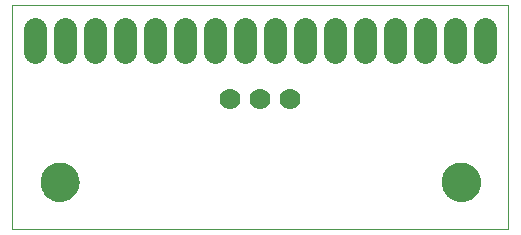
<source format=gbs>
G75*
G70*
%OFA0B0*%
%FSLAX24Y24*%
%IPPOS*%
%LPD*%
%AMOC8*
5,1,8,0,0,1.08239X$1,22.5*
%
%ADD10C,0.0000*%
%ADD11C,0.0780*%
%ADD12C,0.1300*%
%ADD13C,0.0700*%
D10*
X000100Y000264D02*
X000100Y007744D01*
X016635Y007744D01*
X016635Y000264D01*
X000100Y000264D01*
X001045Y001838D02*
X001047Y001888D01*
X001053Y001938D01*
X001063Y001987D01*
X001077Y002035D01*
X001094Y002082D01*
X001115Y002127D01*
X001140Y002171D01*
X001168Y002212D01*
X001200Y002251D01*
X001234Y002288D01*
X001271Y002322D01*
X001311Y002352D01*
X001353Y002379D01*
X001397Y002403D01*
X001443Y002424D01*
X001490Y002440D01*
X001538Y002453D01*
X001588Y002462D01*
X001637Y002467D01*
X001688Y002468D01*
X001738Y002465D01*
X001787Y002458D01*
X001836Y002447D01*
X001884Y002432D01*
X001930Y002414D01*
X001975Y002392D01*
X002018Y002366D01*
X002059Y002337D01*
X002098Y002305D01*
X002134Y002270D01*
X002166Y002232D01*
X002196Y002192D01*
X002223Y002149D01*
X002246Y002105D01*
X002265Y002059D01*
X002281Y002011D01*
X002293Y001962D01*
X002301Y001913D01*
X002305Y001863D01*
X002305Y001813D01*
X002301Y001763D01*
X002293Y001714D01*
X002281Y001665D01*
X002265Y001617D01*
X002246Y001571D01*
X002223Y001527D01*
X002196Y001484D01*
X002166Y001444D01*
X002134Y001406D01*
X002098Y001371D01*
X002059Y001339D01*
X002018Y001310D01*
X001975Y001284D01*
X001930Y001262D01*
X001884Y001244D01*
X001836Y001229D01*
X001787Y001218D01*
X001738Y001211D01*
X001688Y001208D01*
X001637Y001209D01*
X001588Y001214D01*
X001538Y001223D01*
X001490Y001236D01*
X001443Y001252D01*
X001397Y001273D01*
X001353Y001297D01*
X001311Y001324D01*
X001271Y001354D01*
X001234Y001388D01*
X001200Y001425D01*
X001168Y001464D01*
X001140Y001505D01*
X001115Y001549D01*
X001094Y001594D01*
X001077Y001641D01*
X001063Y001689D01*
X001053Y001738D01*
X001047Y001788D01*
X001045Y001838D01*
X014431Y001838D02*
X014433Y001888D01*
X014439Y001938D01*
X014449Y001987D01*
X014463Y002035D01*
X014480Y002082D01*
X014501Y002127D01*
X014526Y002171D01*
X014554Y002212D01*
X014586Y002251D01*
X014620Y002288D01*
X014657Y002322D01*
X014697Y002352D01*
X014739Y002379D01*
X014783Y002403D01*
X014829Y002424D01*
X014876Y002440D01*
X014924Y002453D01*
X014974Y002462D01*
X015023Y002467D01*
X015074Y002468D01*
X015124Y002465D01*
X015173Y002458D01*
X015222Y002447D01*
X015270Y002432D01*
X015316Y002414D01*
X015361Y002392D01*
X015404Y002366D01*
X015445Y002337D01*
X015484Y002305D01*
X015520Y002270D01*
X015552Y002232D01*
X015582Y002192D01*
X015609Y002149D01*
X015632Y002105D01*
X015651Y002059D01*
X015667Y002011D01*
X015679Y001962D01*
X015687Y001913D01*
X015691Y001863D01*
X015691Y001813D01*
X015687Y001763D01*
X015679Y001714D01*
X015667Y001665D01*
X015651Y001617D01*
X015632Y001571D01*
X015609Y001527D01*
X015582Y001484D01*
X015552Y001444D01*
X015520Y001406D01*
X015484Y001371D01*
X015445Y001339D01*
X015404Y001310D01*
X015361Y001284D01*
X015316Y001262D01*
X015270Y001244D01*
X015222Y001229D01*
X015173Y001218D01*
X015124Y001211D01*
X015074Y001208D01*
X015023Y001209D01*
X014974Y001214D01*
X014924Y001223D01*
X014876Y001236D01*
X014829Y001252D01*
X014783Y001273D01*
X014739Y001297D01*
X014697Y001324D01*
X014657Y001354D01*
X014620Y001388D01*
X014586Y001425D01*
X014554Y001464D01*
X014526Y001505D01*
X014501Y001549D01*
X014480Y001594D01*
X014463Y001641D01*
X014449Y001689D01*
X014439Y001738D01*
X014433Y001788D01*
X014431Y001838D01*
D11*
X014848Y006193D02*
X014848Y006933D01*
X013848Y006933D02*
X013848Y006193D01*
X012848Y006193D02*
X012848Y006933D01*
X011848Y006933D02*
X011848Y006193D01*
X010848Y006193D02*
X010848Y006933D01*
X009848Y006933D02*
X009848Y006193D01*
X008848Y006193D02*
X008848Y006933D01*
X007848Y006933D02*
X007848Y006193D01*
X006848Y006193D02*
X006848Y006933D01*
X005848Y006933D02*
X005848Y006193D01*
X004848Y006193D02*
X004848Y006933D01*
X003848Y006933D02*
X003848Y006193D01*
X002848Y006193D02*
X002848Y006933D01*
X001848Y006933D02*
X001848Y006193D01*
X000848Y006193D02*
X000848Y006933D01*
X015848Y006933D02*
X015848Y006193D01*
D12*
X015061Y001838D03*
X001675Y001838D03*
D13*
X007368Y004594D03*
X008368Y004594D03*
X009368Y004594D03*
M02*

</source>
